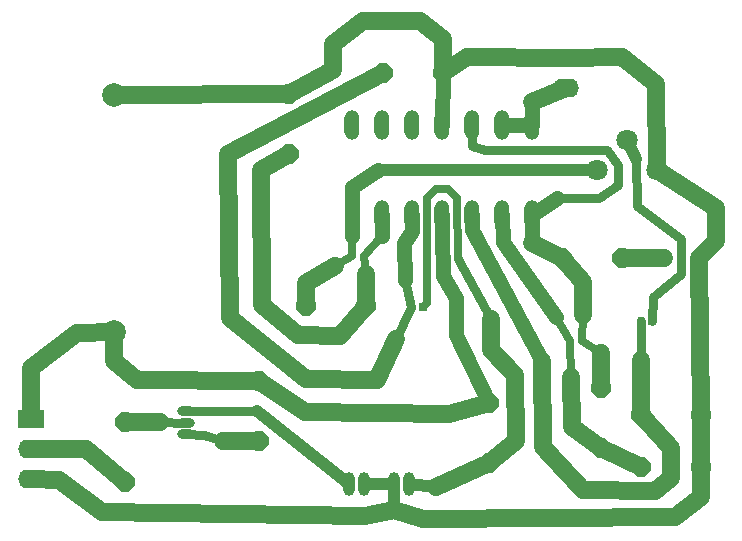
<source format=gbr>
G04 --- HEADER BEGIN --- *
G04 #@! TF.GenerationSoftware,LibrePCB,LibrePCB,0.1.6*
G04 #@! TF.CreationDate,2022-07-20T10:00:17*
G04 #@! TF.ProjectId,Sensor de pulso (Sensor_Pulso),780e052b-a1ef-4dc1-bbf9-e3d6d5305104,v1*
G04 #@! TF.Part,Single*
G04 #@! TF.SameCoordinates*
G04 #@! TF.FileFunction,Copper,L2,Bot*
G04 #@! TF.FilePolarity,Positive*
%FSLAX66Y66*%
%MOMM*%
G01*
G75*
G04 --- HEADER END --- *
G04 --- APERTURE LIST BEGIN --- *
G04 #@! TA.AperFunction,ComponentPad*
%ADD10C,0.7*%
%AMROTATEDOCTAGON11*4,1,8,0.8128,0.336673,0.336673,0.8128,-0.336673,0.8128,-0.8128,0.336673,-0.8128,-0.336673,-0.336673,-0.8128,0.336673,-0.8128,0.8128,-0.336673,0.8128,0.336673,0.0*%
%ADD11ROTATEDOCTAGON11*%
%ADD12O,1.0X2.0*%
%ADD13C,1.8*%
%ADD14O,2.19X1.587*%
%ADD15R,2.19X1.587*%
%ADD16O,1.27X2.54*%
%ADD17R,1.27X2.54*%
%ADD18C,1.5*%
%ADD19R,0.75X0.75*%
%ADD20C,0.75*%
%ADD21O,1.5X0.8*%
%ADD22C,2.0*%
G04 #@! TA.AperFunction,Conductor*
%ADD23C,0.762*%
%ADD24C,1.016*%
%ADD25C,1.524*%
%ADD26C,1.27*%
%ADD27C,0.7112*%
%ADD28C,0.635*%
G04 #@! TD*
G04 --- APERTURE LIST END --- *
G04 --- BOARD BEGIN --- *
D10*
G04 #@! TO.N,N8*
G04 #@! TO.C,C1*
G04 #@! TO.P,C1,2,2*
X34901250Y29210000D03*
G04 #@! TO.N,N15*
G04 #@! TO.P,C1,1,1*
X35901250Y29210000D03*
D11*
G04 #@! TO.N,N2*
G04 #@! TO.C,R1*
G04 #@! TO.P,R1,2,2*
X15716250Y15160625D03*
G04 #@! TO.N,N1*
G04 #@! TO.P,R1,1,1*
X15716250Y10080625D03*
G04 #@! TO.N,N15*
G04 #@! TO.C,R5*
G04 #@! TO.P,R5,2,2*
X29606875Y37782500D03*
G04 #@! TO.N,EARTH*
G04 #@! TO.P,R5,1,1*
X29606875Y42862500D03*
D12*
G04 #@! TO.N,N4*
G04 #@! TO.C,?2*
G04 #@! TO.P,?2,1,1*
X34686875Y9842500D03*
G04 #@! TO.N,EARTH*
G04 #@! TO.P,?2,2,2*
X35956875Y9842500D03*
G04 #@! TO.N,N13*
G04 #@! TO.P,?2,4,4*
X39766875Y9842500D03*
G04 #@! TO.N,EARTH*
G04 #@! TO.P,?2,3,3*
X38496875Y9842500D03*
D11*
G04 #@! TO.N,N6*
G04 #@! TO.C,R8*
G04 #@! TO.P,R8,2,2*
X59372500Y11350625D03*
G04 #@! TO.N,EARTH*
G04 #@! TO.P,R8,1,1*
X64452500Y11350625D03*
G04 #@! TO.N,VCC*
G04 #@! TO.C,R3*
G04 #@! TO.P,R3,2,2*
X46513750Y16748125D03*
G04 #@! TO.N,N13*
G04 #@! TO.P,R3,1,1*
X46513750Y11668125D03*
D13*
G04 #@! TO.N,N8*
G04 #@! TO.C,?1*
G04 #@! TO.P,?1,1,1*
X55641875Y36433125D03*
G04 #@! TO.N,EARTH*
G04 #@! TO.P,?1,3,3*
X60721875Y36433125D03*
G04 #@! TO.N,N7*
G04 #@! TO.P,?1,2,2*
X58181875Y38973125D03*
D11*
G04 #@! TO.N,N14*
G04 #@! TO.C,R9*
G04 #@! TO.P,R9,2,2*
X55959375Y18018125D03*
G04 #@! TO.N,N6*
G04 #@! TO.P,R9,1,1*
X55959375Y12938125D03*
G04 #@! TO.N,N14*
G04 #@! TO.C,R10*
G04 #@! TO.P,R10,2,2*
X52705000Y29051250D03*
G04 #@! TO.N,N12*
G04 #@! TO.P,R10,1,1*
X57785000Y29051250D03*
D14*
G04 #@! TO.N,EARTH*
G04 #@! TO.C,J2*
G04 #@! TO.P,J2,3,3*
X7699375Y10318750D03*
D15*
G04 #@! TO.N,VCC*
G04 #@! TO.P,J2,1,1*
X7699375Y15398750D03*
D14*
G04 #@! TO.N,N1*
G04 #@! TO.P,J2,2,2*
X7699375Y12858750D03*
D10*
G04 #@! TO.N,N14*
G04 #@! TO.C,C2*
G04 #@! TO.P,C2,2,2*
X54395625Y21986875D03*
G04 #@! TO.N,N6*
G04 #@! TO.P,C2,1,1*
X53395625Y21986875D03*
D16*
G04 #@! TO.N,N14*
G04 #@! TO.C,U1*
G04 #@! TO.P,U1,10,+4*
X45085000Y40243125D03*
G04 #@! TO.N,N15*
G04 #@! TO.P,U1,2,-1*
X37465000Y32623125D03*
G04 #@! TO.N,EARTH*
G04 #@! TO.P,U1,11,V-*
X42545000Y40243125D03*
G04 #@! TO.N,N/C*
G04 #@! TO.P,U1,13,-2*
X37465000Y40243125D03*
G04 #@! TO.N,N6*
G04 #@! TO.P,U1,6,-3*
X47625000Y32623125D03*
G04 #@! TO.N,N/C*
G04 #@! TO.P,U1,12,+2*
X40005000Y40243125D03*
G04 #@! TO.N,N14*
G04 #@! TO.P,U1,7,O3*
X50165000Y32623125D03*
G04 #@! TO.N,N5*
G04 #@! TO.P,U1,9,-4*
X47625000Y40243125D03*
G04 #@! TO.N,N/C*
G04 #@! TO.P,U1,14,O2*
X34925000Y40243125D03*
D17*
G04 #@! TO.N,N8*
G04 #@! TO.P,U1,1,O1*
X34925000Y32623125D03*
D16*
G04 #@! TO.N,N10*
G04 #@! TO.P,U1,5,+3*
X45085000Y32623125D03*
G04 #@! TO.N,N11*
G04 #@! TO.P,U1,3,+1*
X40005000Y32623125D03*
G04 #@! TO.N,VCC*
G04 #@! TO.P,U1,4,V+*
X42545000Y32623125D03*
G04 #@! TO.N,N5*
G04 #@! TO.P,U1,8,O4*
X50165000Y40243125D03*
D18*
G04 #@! TO.N,N12*
G04 #@! TO.C,LED1*
G04 #@! TO.P,LED1,1,A*
X61285625Y28971875D03*
G04 #@! TO.N,EARTH*
G04 #@! TO.P,LED1,2,C*
X64285625Y28971875D03*
D11*
G04 #@! TO.N,N15*
G04 #@! TO.C,R6*
G04 #@! TO.P,R6,2,2*
X36115625Y24923750D03*
G04 #@! TO.N,N8*
G04 #@! TO.P,R6,1,1*
X31035625Y24923750D03*
D19*
G04 #@! TO.N,N13*
G04 #@! TO.C,C3*
G04 #@! TO.P,C3,+,+*
X40901875Y24844375D03*
D20*
G04 #@! TO.N,N11*
G04 #@! TO.P,C3,-,-*
X39901875Y24844375D03*
D14*
G04 #@! TO.N,N5*
G04 #@! TO.C,J1*
G04 #@! TO.P,J1,2,2*
X53022500Y43418125D03*
D15*
G04 #@! TO.N,EARTH*
G04 #@! TO.P,J1,1,1*
X53022500Y45958125D03*
D21*
G04 #@! TO.N,N2*
G04 #@! TO.C,T1*
G04 #@! TO.P,T1,2,B*
X20875625Y15081250D03*
G04 #@! TO.N,N3*
G04 #@! TO.P,T1,3,C*
X20875625Y14081250D03*
G04 #@! TO.N,N4*
G04 #@! TO.P,T1,1,E*
X20875625Y16081250D03*
D11*
G04 #@! TO.N,N11*
G04 #@! TO.C,R4*
G04 #@! TO.P,R4,2,2*
X37544375Y44688125D03*
G04 #@! TO.N,EARTH*
G04 #@! TO.P,R4,1,1*
X42624375Y44688125D03*
D19*
G04 #@! TO.N,N7*
G04 #@! TO.C,C4*
G04 #@! TO.P,C4,+,+*
X60348750Y23653750D03*
D20*
G04 #@! TO.N,N10*
G04 #@! TO.P,C4,-,-*
X59348750Y23653750D03*
D22*
G04 #@! TO.N,VCC*
G04 #@! TO.C,BT1*
G04 #@! TO.P,BT1,1,+*
X14763750Y22788750D03*
G04 #@! TO.N,EARTH*
G04 #@! TO.P,BT1,2,-*
X14763750Y42788750D03*
D11*
G04 #@! TO.N,N10*
G04 #@! TO.C,R7*
G04 #@! TO.P,R7,2,2*
X59372500Y15716250D03*
G04 #@! TO.N,EARTH*
G04 #@! TO.P,R7,1,1*
X64452500Y15716250D03*
G04 #@! TO.N,VCC*
G04 #@! TO.C,R2*
G04 #@! TO.P,R2,2,2*
X27066875Y18573750D03*
G04 #@! TO.N,N3*
G04 #@! TO.P,R2,1,1*
X27066875Y13493750D03*
D23*
G04 #@! TD.C*
G04 #@! TD.P*
G04 #@! TO.N,N7*
X62785625Y30638750D02*
X62785625Y27622500D01*
X62785625Y27622500D02*
X60404375Y25717500D01*
X59055000Y33416875D02*
X62785625Y30638750D01*
X60404375Y25717500D02*
X60348750Y23653750D01*
X58975625Y37385625D02*
X59055000Y33416875D01*
D24*
X58975625Y37385625D02*
X58181875Y38973125D01*
D25*
G04 #@! TO.N,N2*
X18653125Y15160625D02*
X15716250Y15160625D01*
D23*
X18653125Y15160625D02*
X20875625Y15081250D01*
D25*
G04 #@! TO.N,N1*
X12382500Y12858750D02*
X7699375Y12858750D01*
X15716250Y10080625D02*
X12382500Y12858750D01*
D23*
G04 #@! TO.N,N10*
X59372500Y20399375D02*
X59348750Y23653750D01*
D25*
X59372500Y20399375D02*
X59372500Y15716250D01*
D26*
X51038125Y20320000D02*
X45085000Y31353125D01*
X45085000Y31353125D02*
X45085000Y32623125D01*
D25*
X61912500Y10398125D02*
X61912500Y12938125D01*
X61912500Y12938125D02*
X59372500Y15716250D01*
X60563125Y9286875D02*
X61912500Y10398125D01*
X51038125Y20320000D02*
X51117500Y13017500D01*
X54451250Y9366250D02*
X60563125Y9286875D01*
X51117500Y13017500D02*
X54451250Y9366250D01*
D26*
G04 #@! TO.N,N6*
X52149375Y24050625D02*
X47704375Y30400625D01*
D27*
X53419375Y18970625D02*
X53395625Y21986875D01*
D25*
X53419375Y18970625D02*
X53498750Y14684375D01*
X59372500Y11350625D02*
X55959375Y12938125D01*
D27*
X52149375Y24050625D02*
X53395625Y21986875D01*
D26*
X47704375Y30400625D02*
X47625000Y32623125D01*
D25*
X53498750Y14684375D02*
X55959375Y12938125D01*
G04 #@! TO.N,EARTH*
X53022500Y45958125D02*
X44688125Y46037500D01*
X33337500Y47148750D02*
X33337500Y44926250D01*
X33337500Y44926250D02*
X29606875Y42862500D01*
D24*
X38496875Y7699375D02*
X38496875Y9842500D01*
D25*
X40957500Y6905625D02*
X38496875Y7699375D01*
X64452500Y15716250D02*
X64452500Y11350625D01*
X10080625Y10239375D02*
X7699375Y10318750D01*
X62230000Y7064375D02*
X40957500Y6905625D01*
X13731875Y7540625D02*
X10080625Y10239375D01*
X36036250Y7143750D02*
X13731875Y7540625D01*
X60642500Y43735625D02*
X57785000Y46037500D01*
X42624375Y47545625D02*
X40640000Y49053750D01*
D24*
X38496875Y9842500D02*
X35956875Y9842500D01*
D25*
X64285625Y28971875D02*
X64452500Y15716250D01*
X62230000Y7064375D02*
X64452500Y8810625D01*
X60642500Y43735625D02*
X60721875Y36433125D01*
X35877500Y49053750D02*
X33337500Y47148750D01*
X65722500Y30480000D02*
X64285625Y28971875D01*
X65722500Y33258125D02*
X65722500Y30480000D01*
X57785000Y46037500D02*
X53022500Y45958125D01*
D26*
X42624375Y44688125D02*
X42545000Y40243125D01*
D25*
X29606875Y42862500D02*
X14763750Y42788750D01*
X38496875Y7699375D02*
X36036250Y7143750D01*
X42624375Y47545625D02*
X42624375Y44688125D01*
X44688125Y46037500D02*
X42624375Y44688125D01*
X40640000Y49053750D02*
X35877500Y49053750D01*
X60721875Y36433125D02*
X65722500Y33258125D01*
X64452500Y8810625D02*
X64452500Y11350625D01*
X65722500Y33258125D02*
X65722500Y33258125D01*
G04 #@! TO.N,N15*
X30321250Y22463125D02*
X27305000Y25003125D01*
D26*
X37465000Y30876875D02*
X37465000Y32623125D01*
D25*
X33893125Y22383750D02*
X30321250Y22463125D01*
X36115625Y24923750D02*
X33893125Y22383750D01*
X29606875Y37782500D02*
X27225625Y36433125D01*
D27*
X37465000Y30876875D02*
X35901250Y29210000D01*
X36115625Y27622500D02*
X35901250Y29210000D01*
D25*
X27225625Y36433125D02*
X27305000Y25003125D01*
X36115625Y27622500D02*
X36115625Y24923750D01*
G04 #@! TO.N,N12*
X57785000Y29051250D02*
X61285625Y28971875D01*
D23*
G04 #@! TO.N,N3*
X23971250Y13493750D02*
X22383750Y14049375D01*
X22383750Y14049375D02*
X20875625Y14081250D01*
D25*
X23971250Y13493750D02*
X27066875Y13493750D01*
D23*
G04 #@! TO.N,N11*
X38655625Y22145625D02*
X39901875Y24844375D01*
D25*
X38655625Y22145625D02*
X37068125Y18653125D01*
X24447500Y37782500D02*
X37544375Y44688125D01*
X37068125Y18653125D02*
X31035625Y18732500D01*
D26*
X40005000Y31273750D02*
X40005000Y32623125D01*
D25*
X31035625Y18732500D02*
X24606250Y23891875D01*
X24606250Y23891875D02*
X24447500Y37782500D01*
D26*
X39370000Y27146250D02*
X39290625Y30321250D01*
X39290625Y30321250D02*
X40005000Y31273750D01*
D23*
X39370000Y27146250D02*
X39901875Y24844375D01*
D26*
G04 #@! TO.N,N5*
X50165000Y40243125D02*
X47625000Y40243125D01*
D25*
X50165000Y42227500D02*
X53022500Y43418125D01*
D26*
X50165000Y42227500D02*
X50165000Y40243125D01*
G04 #@! TO.N,N14*
X52228750Y34131250D02*
X50165000Y32623125D01*
D23*
X45085000Y38496875D02*
X45085000Y40243125D01*
D27*
X54451250Y24209375D02*
X54395625Y21986875D01*
D23*
X56515000Y38179375D02*
X46196250Y38179375D01*
D26*
X50165000Y30321250D02*
X50165000Y32623125D01*
D23*
X55800625Y34131250D02*
X57467500Y35163125D01*
D27*
X55959375Y20955000D02*
X54395625Y21986875D01*
D23*
X52228750Y34131250D02*
X55800625Y34131250D01*
X57467500Y35163125D02*
X57467500Y36909375D01*
D25*
X55959375Y20955000D02*
X55959375Y18018125D01*
D23*
X57467500Y36909375D02*
X56515000Y38179375D01*
D25*
X54451250Y24209375D02*
X54451250Y26987500D01*
D23*
X46196250Y38179375D02*
X45085000Y38496875D01*
D25*
X54451250Y26987500D02*
X52705000Y29051250D01*
X50165000Y30321250D02*
X52705000Y29051250D01*
D26*
G04 #@! TO.N,N8*
X37147500Y36433125D02*
X34925000Y35004375D01*
D27*
X33496250Y28336875D02*
X34901250Y29210000D01*
D25*
X31035625Y26908125D02*
X31035625Y24923750D01*
X33496250Y28336875D02*
X31035625Y26908125D01*
D26*
X34925000Y30876875D02*
X34925000Y32623125D01*
D27*
X34925000Y30876875D02*
X34901250Y29210000D01*
D26*
X34925000Y35004375D02*
X34925000Y32623125D01*
D24*
X37147500Y36433125D02*
X55641875Y36433125D01*
D28*
G04 #@! TO.N,N13*
X41989375Y34845625D02*
X42068750Y34845625D01*
D25*
X41989375Y9604375D02*
X46513750Y11668125D01*
X48736250Y19129375D02*
X48815625Y13493750D01*
X46672500Y21193125D02*
X46672500Y23812500D01*
X48736250Y19129375D02*
X46672500Y21193125D01*
D28*
X43021250Y34845625D02*
X42068750Y34845625D01*
D24*
X41989375Y9604375D02*
X39766875Y9842500D01*
D28*
X41275000Y34131250D02*
X41989375Y34845625D01*
X41275000Y25217500D02*
X41275000Y34131250D01*
D25*
X48815625Y13493750D02*
X46513750Y11668125D01*
D23*
X43894375Y28892500D02*
X46672500Y23812500D01*
D28*
X43815000Y34051875D02*
X43894375Y28892500D01*
X43021250Y34845625D02*
X43815000Y34051875D01*
X40901875Y24844375D02*
X41275000Y25217500D01*
D25*
G04 #@! TO.N,VCC*
X16668750Y18661250D02*
X27066875Y18573750D01*
D26*
X43735625Y22463125D02*
X43735625Y25638125D01*
D25*
X14763750Y22788750D02*
X11668125Y22701250D01*
X46513750Y16748125D02*
X43100625Y15795625D01*
X43100625Y15795625D02*
X30956250Y15954375D01*
D26*
X42545000Y31194375D02*
X42545000Y32623125D01*
X42624375Y27463750D02*
X42545000Y31194375D01*
X46513750Y16748125D02*
X43735625Y22463125D01*
D25*
X11668125Y22701250D02*
X7699375Y19685000D01*
X14763750Y20320000D02*
X14763750Y22788750D01*
D26*
X43735625Y25638125D02*
X42624375Y27463750D01*
D25*
X16668750Y18661250D02*
X14763750Y20320000D01*
X7699375Y19685000D02*
X7699375Y15398750D01*
X30956250Y15954375D02*
X27066875Y18573750D01*
D24*
G04 #@! TO.N,N4*
X26828750Y16033750D02*
X34686875Y9842500D01*
D23*
X26828750Y16033750D02*
X20875625Y16081250D01*
G04 --- BOARD END --- *
G04 #@! TF.MD5,5ab223ade63024cfeb707e0d70fac6d0*
M02*

</source>
